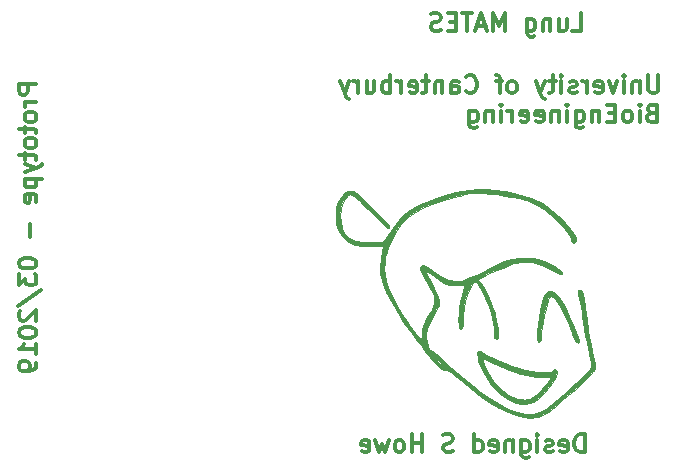
<source format=gbr>
G04 #@! TF.GenerationSoftware,KiCad,Pcbnew,5.0.1*
G04 #@! TF.CreationDate,2019-03-15T13:28:57+13:00*
G04 #@! TF.ProjectId,spiroBoard,737069726F426F6172642E6B69636164,rev?*
G04 #@! TF.SameCoordinates,Original*
G04 #@! TF.FileFunction,Legend,Bot*
G04 #@! TF.FilePolarity,Positive*
%FSLAX46Y46*%
G04 Gerber Fmt 4.6, Leading zero omitted, Abs format (unit mm)*
G04 Created by KiCad (PCBNEW 5.0.1) date Fri 15 Mar 2019 01:28:57 PM NZDT*
%MOMM*%
%LPD*%
G01*
G04 APERTURE LIST*
%ADD10C,0.300000*%
%ADD11C,0.010000*%
G04 APERTURE END LIST*
D10*
X182878571Y-112718571D02*
X182878571Y-111218571D01*
X182521428Y-111218571D01*
X182307142Y-111290000D01*
X182164285Y-111432857D01*
X182092857Y-111575714D01*
X182021428Y-111861428D01*
X182021428Y-112075714D01*
X182092857Y-112361428D01*
X182164285Y-112504285D01*
X182307142Y-112647142D01*
X182521428Y-112718571D01*
X182878571Y-112718571D01*
X180807142Y-112647142D02*
X180950000Y-112718571D01*
X181235714Y-112718571D01*
X181378571Y-112647142D01*
X181450000Y-112504285D01*
X181450000Y-111932857D01*
X181378571Y-111790000D01*
X181235714Y-111718571D01*
X180950000Y-111718571D01*
X180807142Y-111790000D01*
X180735714Y-111932857D01*
X180735714Y-112075714D01*
X181450000Y-112218571D01*
X180164285Y-112647142D02*
X180021428Y-112718571D01*
X179735714Y-112718571D01*
X179592857Y-112647142D01*
X179521428Y-112504285D01*
X179521428Y-112432857D01*
X179592857Y-112290000D01*
X179735714Y-112218571D01*
X179950000Y-112218571D01*
X180092857Y-112147142D01*
X180164285Y-112004285D01*
X180164285Y-111932857D01*
X180092857Y-111790000D01*
X179950000Y-111718571D01*
X179735714Y-111718571D01*
X179592857Y-111790000D01*
X178878571Y-112718571D02*
X178878571Y-111718571D01*
X178878571Y-111218571D02*
X178950000Y-111290000D01*
X178878571Y-111361428D01*
X178807142Y-111290000D01*
X178878571Y-111218571D01*
X178878571Y-111361428D01*
X177521428Y-111718571D02*
X177521428Y-112932857D01*
X177592857Y-113075714D01*
X177664285Y-113147142D01*
X177807142Y-113218571D01*
X178021428Y-113218571D01*
X178164285Y-113147142D01*
X177521428Y-112647142D02*
X177664285Y-112718571D01*
X177950000Y-112718571D01*
X178092857Y-112647142D01*
X178164285Y-112575714D01*
X178235714Y-112432857D01*
X178235714Y-112004285D01*
X178164285Y-111861428D01*
X178092857Y-111790000D01*
X177950000Y-111718571D01*
X177664285Y-111718571D01*
X177521428Y-111790000D01*
X176807142Y-111718571D02*
X176807142Y-112718571D01*
X176807142Y-111861428D02*
X176735714Y-111790000D01*
X176592857Y-111718571D01*
X176378571Y-111718571D01*
X176235714Y-111790000D01*
X176164285Y-111932857D01*
X176164285Y-112718571D01*
X174878571Y-112647142D02*
X175021428Y-112718571D01*
X175307142Y-112718571D01*
X175450000Y-112647142D01*
X175521428Y-112504285D01*
X175521428Y-111932857D01*
X175450000Y-111790000D01*
X175307142Y-111718571D01*
X175021428Y-111718571D01*
X174878571Y-111790000D01*
X174807142Y-111932857D01*
X174807142Y-112075714D01*
X175521428Y-112218571D01*
X173521428Y-112718571D02*
X173521428Y-111218571D01*
X173521428Y-112647142D02*
X173664285Y-112718571D01*
X173950000Y-112718571D01*
X174092857Y-112647142D01*
X174164285Y-112575714D01*
X174235714Y-112432857D01*
X174235714Y-112004285D01*
X174164285Y-111861428D01*
X174092857Y-111790000D01*
X173950000Y-111718571D01*
X173664285Y-111718571D01*
X173521428Y-111790000D01*
X171735714Y-112647142D02*
X171521428Y-112718571D01*
X171164285Y-112718571D01*
X171021428Y-112647142D01*
X170950000Y-112575714D01*
X170878571Y-112432857D01*
X170878571Y-112290000D01*
X170950000Y-112147142D01*
X171021428Y-112075714D01*
X171164285Y-112004285D01*
X171450000Y-111932857D01*
X171592857Y-111861428D01*
X171664285Y-111790000D01*
X171735714Y-111647142D01*
X171735714Y-111504285D01*
X171664285Y-111361428D01*
X171592857Y-111290000D01*
X171450000Y-111218571D01*
X171092857Y-111218571D01*
X170878571Y-111290000D01*
X169092857Y-112718571D02*
X169092857Y-111218571D01*
X169092857Y-111932857D02*
X168235714Y-111932857D01*
X168235714Y-112718571D02*
X168235714Y-111218571D01*
X167307142Y-112718571D02*
X167450000Y-112647142D01*
X167521428Y-112575714D01*
X167592857Y-112432857D01*
X167592857Y-112004285D01*
X167521428Y-111861428D01*
X167450000Y-111790000D01*
X167307142Y-111718571D01*
X167092857Y-111718571D01*
X166950000Y-111790000D01*
X166878571Y-111861428D01*
X166807142Y-112004285D01*
X166807142Y-112432857D01*
X166878571Y-112575714D01*
X166950000Y-112647142D01*
X167092857Y-112718571D01*
X167307142Y-112718571D01*
X166307142Y-111718571D02*
X166021428Y-112718571D01*
X165735714Y-112004285D01*
X165450000Y-112718571D01*
X165164285Y-111718571D01*
X164021428Y-112647142D02*
X164164285Y-112718571D01*
X164450000Y-112718571D01*
X164592857Y-112647142D01*
X164664285Y-112504285D01*
X164664285Y-111932857D01*
X164592857Y-111790000D01*
X164450000Y-111718571D01*
X164164285Y-111718571D01*
X164021428Y-111790000D01*
X163950000Y-111932857D01*
X163950000Y-112075714D01*
X164664285Y-112218571D01*
X181847142Y-77058571D02*
X182561428Y-77058571D01*
X182561428Y-75558571D01*
X180704285Y-76058571D02*
X180704285Y-77058571D01*
X181347142Y-76058571D02*
X181347142Y-76844285D01*
X181275714Y-76987142D01*
X181132857Y-77058571D01*
X180918571Y-77058571D01*
X180775714Y-76987142D01*
X180704285Y-76915714D01*
X179990000Y-76058571D02*
X179990000Y-77058571D01*
X179990000Y-76201428D02*
X179918571Y-76130000D01*
X179775714Y-76058571D01*
X179561428Y-76058571D01*
X179418571Y-76130000D01*
X179347142Y-76272857D01*
X179347142Y-77058571D01*
X177990000Y-76058571D02*
X177990000Y-77272857D01*
X178061428Y-77415714D01*
X178132857Y-77487142D01*
X178275714Y-77558571D01*
X178490000Y-77558571D01*
X178632857Y-77487142D01*
X177990000Y-76987142D02*
X178132857Y-77058571D01*
X178418571Y-77058571D01*
X178561428Y-76987142D01*
X178632857Y-76915714D01*
X178704285Y-76772857D01*
X178704285Y-76344285D01*
X178632857Y-76201428D01*
X178561428Y-76130000D01*
X178418571Y-76058571D01*
X178132857Y-76058571D01*
X177990000Y-76130000D01*
X176132857Y-77058571D02*
X176132857Y-75558571D01*
X175632857Y-76630000D01*
X175132857Y-75558571D01*
X175132857Y-77058571D01*
X174490000Y-76630000D02*
X173775714Y-76630000D01*
X174632857Y-77058571D02*
X174132857Y-75558571D01*
X173632857Y-77058571D01*
X173347142Y-75558571D02*
X172490000Y-75558571D01*
X172918571Y-77058571D02*
X172918571Y-75558571D01*
X171990000Y-76272857D02*
X171490000Y-76272857D01*
X171275714Y-77058571D02*
X171990000Y-77058571D01*
X171990000Y-75558571D01*
X171275714Y-75558571D01*
X170704285Y-76987142D02*
X170490000Y-77058571D01*
X170132857Y-77058571D01*
X169990000Y-76987142D01*
X169918571Y-76915714D01*
X169847142Y-76772857D01*
X169847142Y-76630000D01*
X169918571Y-76487142D01*
X169990000Y-76415714D01*
X170132857Y-76344285D01*
X170418571Y-76272857D01*
X170561428Y-76201428D01*
X170632857Y-76130000D01*
X170704285Y-75987142D01*
X170704285Y-75844285D01*
X170632857Y-75701428D01*
X170561428Y-75630000D01*
X170418571Y-75558571D01*
X170061428Y-75558571D01*
X169847142Y-75630000D01*
X136468571Y-81592857D02*
X134968571Y-81592857D01*
X134968571Y-82164285D01*
X135040000Y-82307142D01*
X135111428Y-82378571D01*
X135254285Y-82450000D01*
X135468571Y-82450000D01*
X135611428Y-82378571D01*
X135682857Y-82307142D01*
X135754285Y-82164285D01*
X135754285Y-81592857D01*
X136468571Y-83092857D02*
X135468571Y-83092857D01*
X135754285Y-83092857D02*
X135611428Y-83164285D01*
X135540000Y-83235714D01*
X135468571Y-83378571D01*
X135468571Y-83521428D01*
X136468571Y-84235714D02*
X136397142Y-84092857D01*
X136325714Y-84021428D01*
X136182857Y-83950000D01*
X135754285Y-83950000D01*
X135611428Y-84021428D01*
X135540000Y-84092857D01*
X135468571Y-84235714D01*
X135468571Y-84450000D01*
X135540000Y-84592857D01*
X135611428Y-84664285D01*
X135754285Y-84735714D01*
X136182857Y-84735714D01*
X136325714Y-84664285D01*
X136397142Y-84592857D01*
X136468571Y-84450000D01*
X136468571Y-84235714D01*
X135468571Y-85164285D02*
X135468571Y-85735714D01*
X134968571Y-85378571D02*
X136254285Y-85378571D01*
X136397142Y-85450000D01*
X136468571Y-85592857D01*
X136468571Y-85735714D01*
X136468571Y-86450000D02*
X136397142Y-86307142D01*
X136325714Y-86235714D01*
X136182857Y-86164285D01*
X135754285Y-86164285D01*
X135611428Y-86235714D01*
X135540000Y-86307142D01*
X135468571Y-86450000D01*
X135468571Y-86664285D01*
X135540000Y-86807142D01*
X135611428Y-86878571D01*
X135754285Y-86950000D01*
X136182857Y-86950000D01*
X136325714Y-86878571D01*
X136397142Y-86807142D01*
X136468571Y-86664285D01*
X136468571Y-86450000D01*
X135468571Y-87378571D02*
X135468571Y-87950000D01*
X134968571Y-87592857D02*
X136254285Y-87592857D01*
X136397142Y-87664285D01*
X136468571Y-87807142D01*
X136468571Y-87950000D01*
X135468571Y-88307142D02*
X136468571Y-88664285D01*
X135468571Y-89021428D02*
X136468571Y-88664285D01*
X136825714Y-88521428D01*
X136897142Y-88450000D01*
X136968571Y-88307142D01*
X135468571Y-89592857D02*
X136968571Y-89592857D01*
X135540000Y-89592857D02*
X135468571Y-89735714D01*
X135468571Y-90021428D01*
X135540000Y-90164285D01*
X135611428Y-90235714D01*
X135754285Y-90307142D01*
X136182857Y-90307142D01*
X136325714Y-90235714D01*
X136397142Y-90164285D01*
X136468571Y-90021428D01*
X136468571Y-89735714D01*
X136397142Y-89592857D01*
X136397142Y-91521428D02*
X136468571Y-91378571D01*
X136468571Y-91092857D01*
X136397142Y-90950000D01*
X136254285Y-90878571D01*
X135682857Y-90878571D01*
X135540000Y-90950000D01*
X135468571Y-91092857D01*
X135468571Y-91378571D01*
X135540000Y-91521428D01*
X135682857Y-91592857D01*
X135825714Y-91592857D01*
X135968571Y-90878571D01*
X135897142Y-93378571D02*
X135897142Y-94521428D01*
X134968571Y-96664285D02*
X134968571Y-96807142D01*
X135040000Y-96950000D01*
X135111428Y-97021428D01*
X135254285Y-97092857D01*
X135540000Y-97164285D01*
X135897142Y-97164285D01*
X136182857Y-97092857D01*
X136325714Y-97021428D01*
X136397142Y-96950000D01*
X136468571Y-96807142D01*
X136468571Y-96664285D01*
X136397142Y-96521428D01*
X136325714Y-96450000D01*
X136182857Y-96378571D01*
X135897142Y-96307142D01*
X135540000Y-96307142D01*
X135254285Y-96378571D01*
X135111428Y-96450000D01*
X135040000Y-96521428D01*
X134968571Y-96664285D01*
X134968571Y-97664285D02*
X134968571Y-98592857D01*
X135540000Y-98092857D01*
X135540000Y-98307142D01*
X135611428Y-98450000D01*
X135682857Y-98521428D01*
X135825714Y-98592857D01*
X136182857Y-98592857D01*
X136325714Y-98521428D01*
X136397142Y-98450000D01*
X136468571Y-98307142D01*
X136468571Y-97878571D01*
X136397142Y-97735714D01*
X136325714Y-97664285D01*
X134897142Y-100307142D02*
X136825714Y-99021428D01*
X135111428Y-100735714D02*
X135040000Y-100807142D01*
X134968571Y-100950000D01*
X134968571Y-101307142D01*
X135040000Y-101450000D01*
X135111428Y-101521428D01*
X135254285Y-101592857D01*
X135397142Y-101592857D01*
X135611428Y-101521428D01*
X136468571Y-100664285D01*
X136468571Y-101592857D01*
X134968571Y-102521428D02*
X134968571Y-102664285D01*
X135040000Y-102807142D01*
X135111428Y-102878571D01*
X135254285Y-102950000D01*
X135540000Y-103021428D01*
X135897142Y-103021428D01*
X136182857Y-102950000D01*
X136325714Y-102878571D01*
X136397142Y-102807142D01*
X136468571Y-102664285D01*
X136468571Y-102521428D01*
X136397142Y-102378571D01*
X136325714Y-102307142D01*
X136182857Y-102235714D01*
X135897142Y-102164285D01*
X135540000Y-102164285D01*
X135254285Y-102235714D01*
X135111428Y-102307142D01*
X135040000Y-102378571D01*
X134968571Y-102521428D01*
X136468571Y-104450000D02*
X136468571Y-103592857D01*
X136468571Y-104021428D02*
X134968571Y-104021428D01*
X135182857Y-103878571D01*
X135325714Y-103735714D01*
X135397142Y-103592857D01*
X136468571Y-105164285D02*
X136468571Y-105450000D01*
X136397142Y-105592857D01*
X136325714Y-105664285D01*
X136111428Y-105807142D01*
X135825714Y-105878571D01*
X135254285Y-105878571D01*
X135111428Y-105807142D01*
X135040000Y-105735714D01*
X134968571Y-105592857D01*
X134968571Y-105307142D01*
X135040000Y-105164285D01*
X135111428Y-105092857D01*
X135254285Y-105021428D01*
X135611428Y-105021428D01*
X135754285Y-105092857D01*
X135825714Y-105164285D01*
X135897142Y-105307142D01*
X135897142Y-105592857D01*
X135825714Y-105735714D01*
X135754285Y-105807142D01*
X135611428Y-105878571D01*
X188544285Y-84012857D02*
X188330000Y-84084285D01*
X188258571Y-84155714D01*
X188187142Y-84298571D01*
X188187142Y-84512857D01*
X188258571Y-84655714D01*
X188330000Y-84727142D01*
X188472857Y-84798571D01*
X189044285Y-84798571D01*
X189044285Y-83298571D01*
X188544285Y-83298571D01*
X188401428Y-83370000D01*
X188330000Y-83441428D01*
X188258571Y-83584285D01*
X188258571Y-83727142D01*
X188330000Y-83870000D01*
X188401428Y-83941428D01*
X188544285Y-84012857D01*
X189044285Y-84012857D01*
X187544285Y-84798571D02*
X187544285Y-83798571D01*
X187544285Y-83298571D02*
X187615714Y-83370000D01*
X187544285Y-83441428D01*
X187472857Y-83370000D01*
X187544285Y-83298571D01*
X187544285Y-83441428D01*
X186615714Y-84798571D02*
X186758571Y-84727142D01*
X186830000Y-84655714D01*
X186901428Y-84512857D01*
X186901428Y-84084285D01*
X186830000Y-83941428D01*
X186758571Y-83870000D01*
X186615714Y-83798571D01*
X186401428Y-83798571D01*
X186258571Y-83870000D01*
X186187142Y-83941428D01*
X186115714Y-84084285D01*
X186115714Y-84512857D01*
X186187142Y-84655714D01*
X186258571Y-84727142D01*
X186401428Y-84798571D01*
X186615714Y-84798571D01*
X185472857Y-84012857D02*
X184972857Y-84012857D01*
X184758571Y-84798571D02*
X185472857Y-84798571D01*
X185472857Y-83298571D01*
X184758571Y-83298571D01*
X184115714Y-83798571D02*
X184115714Y-84798571D01*
X184115714Y-83941428D02*
X184044285Y-83870000D01*
X183901428Y-83798571D01*
X183687142Y-83798571D01*
X183544285Y-83870000D01*
X183472857Y-84012857D01*
X183472857Y-84798571D01*
X182115714Y-83798571D02*
X182115714Y-85012857D01*
X182187142Y-85155714D01*
X182258571Y-85227142D01*
X182401428Y-85298571D01*
X182615714Y-85298571D01*
X182758571Y-85227142D01*
X182115714Y-84727142D02*
X182258571Y-84798571D01*
X182544285Y-84798571D01*
X182687142Y-84727142D01*
X182758571Y-84655714D01*
X182830000Y-84512857D01*
X182830000Y-84084285D01*
X182758571Y-83941428D01*
X182687142Y-83870000D01*
X182544285Y-83798571D01*
X182258571Y-83798571D01*
X182115714Y-83870000D01*
X181401428Y-84798571D02*
X181401428Y-83798571D01*
X181401428Y-83298571D02*
X181472857Y-83370000D01*
X181401428Y-83441428D01*
X181330000Y-83370000D01*
X181401428Y-83298571D01*
X181401428Y-83441428D01*
X180687142Y-83798571D02*
X180687142Y-84798571D01*
X180687142Y-83941428D02*
X180615714Y-83870000D01*
X180472857Y-83798571D01*
X180258571Y-83798571D01*
X180115714Y-83870000D01*
X180044285Y-84012857D01*
X180044285Y-84798571D01*
X178758571Y-84727142D02*
X178901428Y-84798571D01*
X179187142Y-84798571D01*
X179330000Y-84727142D01*
X179401428Y-84584285D01*
X179401428Y-84012857D01*
X179330000Y-83870000D01*
X179187142Y-83798571D01*
X178901428Y-83798571D01*
X178758571Y-83870000D01*
X178687142Y-84012857D01*
X178687142Y-84155714D01*
X179401428Y-84298571D01*
X177472857Y-84727142D02*
X177615714Y-84798571D01*
X177901428Y-84798571D01*
X178044285Y-84727142D01*
X178115714Y-84584285D01*
X178115714Y-84012857D01*
X178044285Y-83870000D01*
X177901428Y-83798571D01*
X177615714Y-83798571D01*
X177472857Y-83870000D01*
X177401428Y-84012857D01*
X177401428Y-84155714D01*
X178115714Y-84298571D01*
X176758571Y-84798571D02*
X176758571Y-83798571D01*
X176758571Y-84084285D02*
X176687142Y-83941428D01*
X176615714Y-83870000D01*
X176472857Y-83798571D01*
X176330000Y-83798571D01*
X175830000Y-84798571D02*
X175830000Y-83798571D01*
X175830000Y-83298571D02*
X175901428Y-83370000D01*
X175830000Y-83441428D01*
X175758571Y-83370000D01*
X175830000Y-83298571D01*
X175830000Y-83441428D01*
X175115714Y-83798571D02*
X175115714Y-84798571D01*
X175115714Y-83941428D02*
X175044285Y-83870000D01*
X174901428Y-83798571D01*
X174687142Y-83798571D01*
X174544285Y-83870000D01*
X174472857Y-84012857D01*
X174472857Y-84798571D01*
X173115714Y-83798571D02*
X173115714Y-85012857D01*
X173187142Y-85155714D01*
X173258571Y-85227142D01*
X173401428Y-85298571D01*
X173615714Y-85298571D01*
X173758571Y-85227142D01*
X173115714Y-84727142D02*
X173258571Y-84798571D01*
X173544285Y-84798571D01*
X173687142Y-84727142D01*
X173758571Y-84655714D01*
X173830000Y-84512857D01*
X173830000Y-84084285D01*
X173758571Y-83941428D01*
X173687142Y-83870000D01*
X173544285Y-83798571D01*
X173258571Y-83798571D01*
X173115714Y-83870000D01*
X189132857Y-80828571D02*
X189132857Y-82042857D01*
X189061428Y-82185714D01*
X188990000Y-82257142D01*
X188847142Y-82328571D01*
X188561428Y-82328571D01*
X188418571Y-82257142D01*
X188347142Y-82185714D01*
X188275714Y-82042857D01*
X188275714Y-80828571D01*
X187561428Y-81328571D02*
X187561428Y-82328571D01*
X187561428Y-81471428D02*
X187490000Y-81400000D01*
X187347142Y-81328571D01*
X187132857Y-81328571D01*
X186990000Y-81400000D01*
X186918571Y-81542857D01*
X186918571Y-82328571D01*
X186204285Y-82328571D02*
X186204285Y-81328571D01*
X186204285Y-80828571D02*
X186275714Y-80900000D01*
X186204285Y-80971428D01*
X186132857Y-80900000D01*
X186204285Y-80828571D01*
X186204285Y-80971428D01*
X185632857Y-81328571D02*
X185275714Y-82328571D01*
X184918571Y-81328571D01*
X183775714Y-82257142D02*
X183918571Y-82328571D01*
X184204285Y-82328571D01*
X184347142Y-82257142D01*
X184418571Y-82114285D01*
X184418571Y-81542857D01*
X184347142Y-81400000D01*
X184204285Y-81328571D01*
X183918571Y-81328571D01*
X183775714Y-81400000D01*
X183704285Y-81542857D01*
X183704285Y-81685714D01*
X184418571Y-81828571D01*
X183061428Y-82328571D02*
X183061428Y-81328571D01*
X183061428Y-81614285D02*
X182990000Y-81471428D01*
X182918571Y-81400000D01*
X182775714Y-81328571D01*
X182632857Y-81328571D01*
X182204285Y-82257142D02*
X182061428Y-82328571D01*
X181775714Y-82328571D01*
X181632857Y-82257142D01*
X181561428Y-82114285D01*
X181561428Y-82042857D01*
X181632857Y-81900000D01*
X181775714Y-81828571D01*
X181990000Y-81828571D01*
X182132857Y-81757142D01*
X182204285Y-81614285D01*
X182204285Y-81542857D01*
X182132857Y-81400000D01*
X181990000Y-81328571D01*
X181775714Y-81328571D01*
X181632857Y-81400000D01*
X180918571Y-82328571D02*
X180918571Y-81328571D01*
X180918571Y-80828571D02*
X180990000Y-80900000D01*
X180918571Y-80971428D01*
X180847142Y-80900000D01*
X180918571Y-80828571D01*
X180918571Y-80971428D01*
X180418571Y-81328571D02*
X179847142Y-81328571D01*
X180204285Y-80828571D02*
X180204285Y-82114285D01*
X180132857Y-82257142D01*
X179990000Y-82328571D01*
X179847142Y-82328571D01*
X179490000Y-81328571D02*
X179132857Y-82328571D01*
X178775714Y-81328571D02*
X179132857Y-82328571D01*
X179275714Y-82685714D01*
X179347142Y-82757142D01*
X179490000Y-82828571D01*
X176847142Y-82328571D02*
X176990000Y-82257142D01*
X177061428Y-82185714D01*
X177132857Y-82042857D01*
X177132857Y-81614285D01*
X177061428Y-81471428D01*
X176990000Y-81400000D01*
X176847142Y-81328571D01*
X176632857Y-81328571D01*
X176490000Y-81400000D01*
X176418571Y-81471428D01*
X176347142Y-81614285D01*
X176347142Y-82042857D01*
X176418571Y-82185714D01*
X176490000Y-82257142D01*
X176632857Y-82328571D01*
X176847142Y-82328571D01*
X175918571Y-81328571D02*
X175347142Y-81328571D01*
X175704285Y-82328571D02*
X175704285Y-81042857D01*
X175632857Y-80900000D01*
X175490000Y-80828571D01*
X175347142Y-80828571D01*
X172847142Y-82185714D02*
X172918571Y-82257142D01*
X173132857Y-82328571D01*
X173275714Y-82328571D01*
X173490000Y-82257142D01*
X173632857Y-82114285D01*
X173704285Y-81971428D01*
X173775714Y-81685714D01*
X173775714Y-81471428D01*
X173704285Y-81185714D01*
X173632857Y-81042857D01*
X173490000Y-80900000D01*
X173275714Y-80828571D01*
X173132857Y-80828571D01*
X172918571Y-80900000D01*
X172847142Y-80971428D01*
X171561428Y-82328571D02*
X171561428Y-81542857D01*
X171632857Y-81400000D01*
X171775714Y-81328571D01*
X172061428Y-81328571D01*
X172204285Y-81400000D01*
X171561428Y-82257142D02*
X171704285Y-82328571D01*
X172061428Y-82328571D01*
X172204285Y-82257142D01*
X172275714Y-82114285D01*
X172275714Y-81971428D01*
X172204285Y-81828571D01*
X172061428Y-81757142D01*
X171704285Y-81757142D01*
X171561428Y-81685714D01*
X170847142Y-81328571D02*
X170847142Y-82328571D01*
X170847142Y-81471428D02*
X170775714Y-81400000D01*
X170632857Y-81328571D01*
X170418571Y-81328571D01*
X170275714Y-81400000D01*
X170204285Y-81542857D01*
X170204285Y-82328571D01*
X169704285Y-81328571D02*
X169132857Y-81328571D01*
X169490000Y-80828571D02*
X169490000Y-82114285D01*
X169418571Y-82257142D01*
X169275714Y-82328571D01*
X169132857Y-82328571D01*
X168061428Y-82257142D02*
X168204285Y-82328571D01*
X168490000Y-82328571D01*
X168632857Y-82257142D01*
X168704285Y-82114285D01*
X168704285Y-81542857D01*
X168632857Y-81400000D01*
X168490000Y-81328571D01*
X168204285Y-81328571D01*
X168061428Y-81400000D01*
X167990000Y-81542857D01*
X167990000Y-81685714D01*
X168704285Y-81828571D01*
X167347142Y-82328571D02*
X167347142Y-81328571D01*
X167347142Y-81614285D02*
X167275714Y-81471428D01*
X167204285Y-81400000D01*
X167061428Y-81328571D01*
X166918571Y-81328571D01*
X166418571Y-82328571D02*
X166418571Y-80828571D01*
X166418571Y-81400000D02*
X166275714Y-81328571D01*
X165990000Y-81328571D01*
X165847142Y-81400000D01*
X165775714Y-81471428D01*
X165704285Y-81614285D01*
X165704285Y-82042857D01*
X165775714Y-82185714D01*
X165847142Y-82257142D01*
X165990000Y-82328571D01*
X166275714Y-82328571D01*
X166418571Y-82257142D01*
X164418571Y-81328571D02*
X164418571Y-82328571D01*
X165061428Y-81328571D02*
X165061428Y-82114285D01*
X164990000Y-82257142D01*
X164847142Y-82328571D01*
X164632857Y-82328571D01*
X164490000Y-82257142D01*
X164418571Y-82185714D01*
X163704285Y-82328571D02*
X163704285Y-81328571D01*
X163704285Y-81614285D02*
X163632857Y-81471428D01*
X163561428Y-81400000D01*
X163418571Y-81328571D01*
X163275714Y-81328571D01*
X162918571Y-81328571D02*
X162561428Y-82328571D01*
X162204285Y-81328571D02*
X162561428Y-82328571D01*
X162704285Y-82685714D01*
X162775714Y-82757142D01*
X162918571Y-82828571D01*
D11*
G04 #@! TO.C,G\002A\002A\002A*
G36*
X179647177Y-99207488D02*
X179627286Y-99226714D01*
X179514786Y-99356037D01*
X179423856Y-99511336D01*
X179343388Y-99724573D01*
X179262272Y-100027706D01*
X179169400Y-100452697D01*
X179124753Y-100672541D01*
X179004849Y-101322070D01*
X178914526Y-101918667D01*
X178856581Y-102436068D01*
X178833812Y-102848007D01*
X178849018Y-103128220D01*
X178858445Y-103172266D01*
X178949719Y-103363405D01*
X179055680Y-103413916D01*
X179134760Y-103325494D01*
X179150993Y-103160333D01*
X179160367Y-102913411D01*
X179203313Y-102548864D01*
X179272852Y-102101249D01*
X179362002Y-101605120D01*
X179463785Y-101095033D01*
X179571221Y-100605544D01*
X179677329Y-100171208D01*
X179775130Y-99826580D01*
X179857644Y-99606217D01*
X179875373Y-99574106D01*
X180005351Y-99493430D01*
X180184368Y-99556505D01*
X180393234Y-99752105D01*
X180552124Y-99969943D01*
X180740509Y-100294007D01*
X180966486Y-100729012D01*
X181207882Y-101227465D01*
X181442526Y-101741871D01*
X181648244Y-102224736D01*
X181802864Y-102628566D01*
X181828256Y-102703412D01*
X181932107Y-102993555D01*
X182031212Y-103227222D01*
X182095557Y-103341182D01*
X182226771Y-103434465D01*
X182359738Y-103451248D01*
X182424476Y-103383749D01*
X182424667Y-103377776D01*
X182390429Y-103219819D01*
X182295744Y-102938453D01*
X182152657Y-102563300D01*
X181973212Y-102123982D01*
X181769454Y-101650121D01*
X181553428Y-101171341D01*
X181371071Y-100786571D01*
X181021438Y-100119955D01*
X180700025Y-99617660D01*
X180404362Y-99277475D01*
X180131980Y-99097191D01*
X179880408Y-99074598D01*
X179647177Y-99207488D01*
X179647177Y-99207488D01*
G37*
X179647177Y-99207488D02*
X179627286Y-99226714D01*
X179514786Y-99356037D01*
X179423856Y-99511336D01*
X179343388Y-99724573D01*
X179262272Y-100027706D01*
X179169400Y-100452697D01*
X179124753Y-100672541D01*
X179004849Y-101322070D01*
X178914526Y-101918667D01*
X178856581Y-102436068D01*
X178833812Y-102848007D01*
X178849018Y-103128220D01*
X178858445Y-103172266D01*
X178949719Y-103363405D01*
X179055680Y-103413916D01*
X179134760Y-103325494D01*
X179150993Y-103160333D01*
X179160367Y-102913411D01*
X179203313Y-102548864D01*
X179272852Y-102101249D01*
X179362002Y-101605120D01*
X179463785Y-101095033D01*
X179571221Y-100605544D01*
X179677329Y-100171208D01*
X179775130Y-99826580D01*
X179857644Y-99606217D01*
X179875373Y-99574106D01*
X180005351Y-99493430D01*
X180184368Y-99556505D01*
X180393234Y-99752105D01*
X180552124Y-99969943D01*
X180740509Y-100294007D01*
X180966486Y-100729012D01*
X181207882Y-101227465D01*
X181442526Y-101741871D01*
X181648244Y-102224736D01*
X181802864Y-102628566D01*
X181828256Y-102703412D01*
X181932107Y-102993555D01*
X182031212Y-103227222D01*
X182095557Y-103341182D01*
X182226771Y-103434465D01*
X182359738Y-103451248D01*
X182424476Y-103383749D01*
X182424667Y-103377776D01*
X182390429Y-103219819D01*
X182295744Y-102938453D01*
X182152657Y-102563300D01*
X181973212Y-102123982D01*
X181769454Y-101650121D01*
X181553428Y-101171341D01*
X181371071Y-100786571D01*
X181021438Y-100119955D01*
X180700025Y-99617660D01*
X180404362Y-99277475D01*
X180131980Y-99097191D01*
X179880408Y-99074598D01*
X179647177Y-99207488D01*
G36*
X173809896Y-104208042D02*
X173789922Y-104406241D01*
X173818376Y-104692709D01*
X173891821Y-105031555D01*
X174000074Y-105369123D01*
X174412766Y-106228587D01*
X174969043Y-107001453D01*
X175662804Y-107680300D01*
X176256540Y-108114800D01*
X176705232Y-108375998D01*
X177104607Y-108533314D01*
X177520060Y-108607421D01*
X177857258Y-108620861D01*
X178211193Y-108595046D01*
X178500983Y-108498058D01*
X178703924Y-108382424D01*
X179034739Y-108124115D01*
X179405486Y-107755703D01*
X179779708Y-107318212D01*
X180120948Y-106852661D01*
X180266828Y-106623811D01*
X180386705Y-106407573D01*
X179969334Y-106407573D01*
X179912363Y-106544803D01*
X179759939Y-106766837D01*
X179539792Y-107042293D01*
X179279653Y-107339789D01*
X179007254Y-107627942D01*
X178750324Y-107875369D01*
X178536596Y-108050689D01*
X178490315Y-108081333D01*
X178251197Y-108205924D01*
X178017338Y-108261900D01*
X177710036Y-108266059D01*
X177641000Y-108262609D01*
X177222178Y-108202758D01*
X176832099Y-108084946D01*
X176749442Y-108048309D01*
X176333207Y-107798159D01*
X175881850Y-107446599D01*
X175447767Y-107037182D01*
X175198037Y-106758667D01*
X174984960Y-106462637D01*
X174755159Y-106081906D01*
X174537211Y-105670686D01*
X174359694Y-105283187D01*
X174251187Y-104973619D01*
X174246144Y-104952990D01*
X174190376Y-104713648D01*
X174790259Y-105015744D01*
X175294863Y-105255748D01*
X175859996Y-105501470D01*
X176437049Y-105733614D01*
X176977414Y-105932886D01*
X177432482Y-106079991D01*
X177558286Y-106114477D01*
X177928674Y-106194979D01*
X178365019Y-106267839D01*
X178817747Y-106327136D01*
X179237282Y-106366947D01*
X179574049Y-106381348D01*
X179728892Y-106373808D01*
X179900370Y-106371412D01*
X179969334Y-106407573D01*
X180386705Y-106407573D01*
X180456422Y-106281816D01*
X180544394Y-106041170D01*
X180536636Y-105872401D01*
X180441835Y-105748339D01*
X180328227Y-105699967D01*
X180236952Y-105799992D01*
X180174144Y-105872032D01*
X180061048Y-105916019D01*
X179863057Y-105937496D01*
X179545566Y-105942005D01*
X179362284Y-105940089D01*
X178861155Y-105911488D01*
X178306131Y-105846685D01*
X177805428Y-105758402D01*
X177792399Y-105755528D01*
X177298043Y-105622829D01*
X176716777Y-105430796D01*
X176097545Y-105198872D01*
X175489294Y-104946503D01*
X174940967Y-104693132D01*
X174501511Y-104458204D01*
X174453239Y-104428989D01*
X174195220Y-104278037D01*
X173988227Y-104171681D01*
X173881739Y-104134000D01*
X173809896Y-104208042D01*
X173809896Y-104208042D01*
G37*
X173809896Y-104208042D02*
X173789922Y-104406241D01*
X173818376Y-104692709D01*
X173891821Y-105031555D01*
X174000074Y-105369123D01*
X174412766Y-106228587D01*
X174969043Y-107001453D01*
X175662804Y-107680300D01*
X176256540Y-108114800D01*
X176705232Y-108375998D01*
X177104607Y-108533314D01*
X177520060Y-108607421D01*
X177857258Y-108620861D01*
X178211193Y-108595046D01*
X178500983Y-108498058D01*
X178703924Y-108382424D01*
X179034739Y-108124115D01*
X179405486Y-107755703D01*
X179779708Y-107318212D01*
X180120948Y-106852661D01*
X180266828Y-106623811D01*
X180386705Y-106407573D01*
X179969334Y-106407573D01*
X179912363Y-106544803D01*
X179759939Y-106766837D01*
X179539792Y-107042293D01*
X179279653Y-107339789D01*
X179007254Y-107627942D01*
X178750324Y-107875369D01*
X178536596Y-108050689D01*
X178490315Y-108081333D01*
X178251197Y-108205924D01*
X178017338Y-108261900D01*
X177710036Y-108266059D01*
X177641000Y-108262609D01*
X177222178Y-108202758D01*
X176832099Y-108084946D01*
X176749442Y-108048309D01*
X176333207Y-107798159D01*
X175881850Y-107446599D01*
X175447767Y-107037182D01*
X175198037Y-106758667D01*
X174984960Y-106462637D01*
X174755159Y-106081906D01*
X174537211Y-105670686D01*
X174359694Y-105283187D01*
X174251187Y-104973619D01*
X174246144Y-104952990D01*
X174190376Y-104713648D01*
X174790259Y-105015744D01*
X175294863Y-105255748D01*
X175859996Y-105501470D01*
X176437049Y-105733614D01*
X176977414Y-105932886D01*
X177432482Y-106079991D01*
X177558286Y-106114477D01*
X177928674Y-106194979D01*
X178365019Y-106267839D01*
X178817747Y-106327136D01*
X179237282Y-106366947D01*
X179574049Y-106381348D01*
X179728892Y-106373808D01*
X179900370Y-106371412D01*
X179969334Y-106407573D01*
X180386705Y-106407573D01*
X180456422Y-106281816D01*
X180544394Y-106041170D01*
X180536636Y-105872401D01*
X180441835Y-105748339D01*
X180328227Y-105699967D01*
X180236952Y-105799992D01*
X180174144Y-105872032D01*
X180061048Y-105916019D01*
X179863057Y-105937496D01*
X179545566Y-105942005D01*
X179362284Y-105940089D01*
X178861155Y-105911488D01*
X178306131Y-105846685D01*
X177805428Y-105758402D01*
X177792399Y-105755528D01*
X177298043Y-105622829D01*
X176716777Y-105430796D01*
X176097545Y-105198872D01*
X175489294Y-104946503D01*
X174940967Y-104693132D01*
X174501511Y-104458204D01*
X174453239Y-104428989D01*
X174195220Y-104278037D01*
X173988227Y-104171681D01*
X173881739Y-104134000D01*
X173809896Y-104208042D01*
G36*
X173154667Y-90490141D02*
X172442370Y-90612735D01*
X171675833Y-90800429D01*
X171418000Y-90872922D01*
X170533179Y-91143763D01*
X169736784Y-91419139D01*
X169048614Y-91691234D01*
X168488468Y-91952231D01*
X168082639Y-92189827D01*
X167460039Y-92709125D01*
X166892750Y-93363949D01*
X166454334Y-94039700D01*
X166262855Y-94358877D01*
X166079505Y-94626634D01*
X165932377Y-94803472D01*
X165881265Y-94845403D01*
X165701587Y-94895007D01*
X165375573Y-94928889D01*
X164925660Y-94945086D01*
X164729334Y-94946200D01*
X164279059Y-94940823D01*
X163952205Y-94921952D01*
X163703006Y-94883097D01*
X163485694Y-94817770D01*
X163310551Y-94745009D01*
X162857634Y-94485457D01*
X162532073Y-94159458D01*
X162321629Y-93745118D01*
X162214067Y-93220543D01*
X162193522Y-92746333D01*
X162237753Y-92165987D01*
X162372482Y-91690234D01*
X162611410Y-91272754D01*
X162641057Y-91233089D01*
X162771152Y-91069315D01*
X162888019Y-90956721D01*
X163008203Y-90903995D01*
X163148253Y-90919826D01*
X163324714Y-91012902D01*
X163554134Y-91191911D01*
X163853061Y-91465541D01*
X164238040Y-91842482D01*
X164717743Y-92323495D01*
X165204291Y-92809546D01*
X165586291Y-93181620D01*
X165875364Y-93448941D01*
X166083132Y-93620731D01*
X166221217Y-93706212D01*
X166301241Y-93714608D01*
X166334827Y-93655142D01*
X166337887Y-93609170D01*
X166277794Y-93494168D01*
X166107766Y-93281080D01*
X165842976Y-92985932D01*
X165498596Y-92624752D01*
X165089800Y-92213567D01*
X164631759Y-91768402D01*
X164283625Y-91439235D01*
X163922446Y-91104997D01*
X163656972Y-90871192D01*
X163461535Y-90720171D01*
X163310471Y-90634288D01*
X163178113Y-90595895D01*
X163044644Y-90587333D01*
X162822749Y-90609944D01*
X162642798Y-90700655D01*
X162440401Y-90893787D01*
X162412777Y-90924114D01*
X162148272Y-91251515D01*
X161973262Y-91569662D01*
X161871508Y-91927360D01*
X161826769Y-92373417D01*
X161820537Y-92704000D01*
X161828849Y-93131886D01*
X161859427Y-93444153D01*
X161920506Y-93693933D01*
X162006813Y-93905925D01*
X162330543Y-94418218D01*
X162775287Y-94820942D01*
X163204819Y-95063097D01*
X163414914Y-95152582D01*
X163612095Y-95213405D01*
X163836931Y-95251192D01*
X164129992Y-95271571D01*
X164531851Y-95280171D01*
X164781478Y-95281792D01*
X165891956Y-95286333D01*
X165766255Y-95625000D01*
X165708445Y-95855582D01*
X165655197Y-96200323D01*
X165614056Y-96604072D01*
X165598276Y-96852667D01*
X165582633Y-97272457D01*
X165588017Y-97585156D01*
X165622425Y-97852503D01*
X165693857Y-98136240D01*
X165810312Y-98498105D01*
X165812181Y-98503667D01*
X166085333Y-99187250D01*
X166470944Y-99959975D01*
X166954907Y-100798494D01*
X167523112Y-101679458D01*
X168161451Y-102579518D01*
X168696244Y-103276376D01*
X168987935Y-103650173D01*
X169277283Y-104032077D01*
X169527098Y-104372418D01*
X169674766Y-104583275D01*
X170002858Y-105016830D01*
X170340268Y-105367263D01*
X170662555Y-105613607D01*
X170945275Y-105734893D01*
X171027754Y-105743916D01*
X171184248Y-105772687D01*
X171379058Y-105868461D01*
X171638424Y-106047502D01*
X171988585Y-106326079D01*
X172053000Y-106379485D01*
X173091703Y-107221251D01*
X174034725Y-107935290D01*
X174891878Y-108526329D01*
X175672976Y-108999099D01*
X176387829Y-109358327D01*
X177046251Y-109608744D01*
X177658055Y-109755078D01*
X178233053Y-109802058D01*
X178781057Y-109754414D01*
X178973884Y-109714946D01*
X179313670Y-109594759D01*
X179684972Y-109380111D01*
X180113098Y-109054723D01*
X180435000Y-108775079D01*
X180721940Y-108522408D01*
X181085781Y-108210716D01*
X181471350Y-107886953D01*
X181705000Y-107694307D01*
X182222668Y-107259531D01*
X182690988Y-106843416D01*
X183090632Y-106464598D01*
X183402275Y-106141714D01*
X183606589Y-105893400D01*
X183658674Y-105810371D01*
X183754221Y-105542893D01*
X183766847Y-105231734D01*
X183695061Y-104837827D01*
X183610283Y-104543710D01*
X183500092Y-104131408D01*
X183384473Y-103588735D01*
X183269994Y-102954225D01*
X183163222Y-102266415D01*
X183070726Y-101563842D01*
X183014358Y-101047204D01*
X182934580Y-100334563D01*
X182849751Y-99781787D01*
X182757393Y-99379425D01*
X182655025Y-99118027D01*
X182540167Y-98988145D01*
X182469018Y-98969333D01*
X182353080Y-98996899D01*
X182307518Y-99097946D01*
X182330401Y-99299993D01*
X182419794Y-99630562D01*
X182422054Y-99638037D01*
X182520204Y-100027508D01*
X182602288Y-100466519D01*
X182636847Y-100731393D01*
X182688426Y-101178455D01*
X182762110Y-101707901D01*
X182851329Y-102281785D01*
X182949508Y-102862159D01*
X183050076Y-103411075D01*
X183146460Y-103890586D01*
X183232087Y-104262745D01*
X183275434Y-104418307D01*
X183364251Y-104755513D01*
X183423925Y-105085174D01*
X183439575Y-105275202D01*
X183432197Y-105418616D01*
X183396269Y-105547631D01*
X183312648Y-105688870D01*
X183162192Y-105868956D01*
X182925760Y-106114512D01*
X182615167Y-106421805D01*
X182120614Y-106896436D01*
X181589082Y-107388402D01*
X181050244Y-107871623D01*
X180533773Y-108320019D01*
X180069342Y-108707510D01*
X179686622Y-109008016D01*
X179601311Y-109070737D01*
X179073326Y-109360348D01*
X178491983Y-109503932D01*
X177853306Y-109500667D01*
X177153321Y-109349728D01*
X176388054Y-109050295D01*
X175553530Y-108601544D01*
X174730103Y-108062390D01*
X173973493Y-107515490D01*
X173228710Y-106950078D01*
X172521122Y-106386948D01*
X171876096Y-105846895D01*
X171377956Y-105403223D01*
X170858911Y-105403223D01*
X170854101Y-105404000D01*
X170751847Y-105345917D01*
X170579527Y-105195108D01*
X170412784Y-105024892D01*
X170188133Y-104771749D01*
X170077539Y-104621308D01*
X170071731Y-104560235D01*
X170087683Y-104557333D01*
X170154448Y-104612910D01*
X170307164Y-104759124D01*
X170513746Y-104965196D01*
X170529000Y-104980667D01*
X170720409Y-105186891D01*
X170837905Y-105337544D01*
X170858911Y-105403223D01*
X171377956Y-105403223D01*
X171318999Y-105350713D01*
X170875199Y-104919197D01*
X170802851Y-104843108D01*
X170527292Y-104567980D01*
X170248116Y-104321127D01*
X170016317Y-104146932D01*
X169972425Y-104120318D01*
X169739397Y-103950119D01*
X169587650Y-103728918D01*
X169503142Y-103421486D01*
X169471829Y-102992593D01*
X169470667Y-102861559D01*
X169470767Y-102670642D01*
X169477617Y-102514496D01*
X169501041Y-102367868D01*
X169550862Y-102205509D01*
X169636904Y-102002168D01*
X169768993Y-101732594D01*
X169956951Y-101371536D01*
X170210602Y-100893745D01*
X170306099Y-100714235D01*
X170434222Y-100462544D01*
X170520341Y-100245089D01*
X170558887Y-100037508D01*
X170544292Y-99815438D01*
X170470985Y-99554514D01*
X170333398Y-99230373D01*
X170125961Y-98818653D01*
X169843104Y-98294988D01*
X169689121Y-98015222D01*
X169542219Y-97731226D01*
X169440307Y-97499632D01*
X169401789Y-97363182D01*
X169403237Y-97351292D01*
X169477673Y-97359242D01*
X169651828Y-97456464D01*
X169894833Y-97624432D01*
X170031444Y-97728324D01*
X170474763Y-98063809D01*
X170832610Y-98300297D01*
X171143614Y-98453997D01*
X171446406Y-98541118D01*
X171779616Y-98577871D01*
X172066360Y-98582190D01*
X172757052Y-98576047D01*
X172674893Y-98792143D01*
X172576616Y-99104989D01*
X172470531Y-99530090D01*
X172368218Y-100011479D01*
X172281258Y-100493191D01*
X172221231Y-100919260D01*
X172208714Y-101045047D01*
X172186065Y-101553118D01*
X172212628Y-101934884D01*
X172286338Y-102178169D01*
X172405129Y-102270796D01*
X172416670Y-102271333D01*
X172486938Y-102250143D01*
X172530832Y-102165603D01*
X172554715Y-101986261D01*
X172564950Y-101680662D01*
X172566543Y-101530500D01*
X172594993Y-101020747D01*
X172667387Y-100483450D01*
X172775201Y-99947625D01*
X172909911Y-99442287D01*
X173062995Y-98996452D01*
X173225928Y-98639136D01*
X173390189Y-98399354D01*
X173511593Y-98313274D01*
X173664877Y-98347232D01*
X173845707Y-98523097D01*
X174044999Y-98817450D01*
X174253671Y-99206874D01*
X174462640Y-99667950D01*
X174662823Y-100177259D01*
X174845138Y-100711385D01*
X175000502Y-101246909D01*
X175119832Y-101760414D01*
X175194045Y-102228480D01*
X175214059Y-102627690D01*
X175210929Y-102694667D01*
X175204865Y-102932299D01*
X175241231Y-103050261D01*
X175339503Y-103096651D01*
X175376167Y-103102722D01*
X175486519Y-103104626D01*
X175543103Y-103043607D01*
X175563419Y-102880524D01*
X175565416Y-102679388D01*
X175525746Y-102186868D01*
X175417773Y-101605046D01*
X175254422Y-100971754D01*
X175048619Y-100324823D01*
X174813291Y-99702084D01*
X174561362Y-99141369D01*
X174305759Y-98680510D01*
X174105815Y-98407427D01*
X173960913Y-98229275D01*
X173885624Y-98110295D01*
X173883233Y-98087076D01*
X174022693Y-97996004D01*
X174286321Y-97855346D01*
X174641648Y-97679847D01*
X175056205Y-97484255D01*
X175497524Y-97283318D01*
X175933137Y-97091784D01*
X176330575Y-96924400D01*
X176657370Y-96795914D01*
X176881054Y-96721072D01*
X176902595Y-96715644D01*
X177670981Y-96607694D01*
X178428587Y-96651639D01*
X179192396Y-96850785D01*
X179979393Y-97208440D01*
X180259379Y-97369213D01*
X180584921Y-97552536D01*
X180796472Y-97638276D01*
X180913015Y-97633691D01*
X180925297Y-97623903D01*
X180947040Y-97498313D01*
X180822785Y-97327921D01*
X180566156Y-97124443D01*
X180190779Y-96899596D01*
X179927000Y-96765446D01*
X179403742Y-96529852D01*
X178959871Y-96376720D01*
X178534539Y-96293603D01*
X178066899Y-96268053D01*
X177570540Y-96283387D01*
X177229945Y-96305381D01*
X176936898Y-96336731D01*
X176664503Y-96386624D01*
X176385862Y-96464252D01*
X176074079Y-96578803D01*
X175702259Y-96739467D01*
X175243505Y-96955433D01*
X174670920Y-97235891D01*
X174422773Y-97358867D01*
X173925389Y-97599523D01*
X173449091Y-97818613D01*
X173025757Y-98002328D01*
X172687265Y-98136862D01*
X172465497Y-98208408D01*
X172456673Y-98210380D01*
X171896477Y-98260850D01*
X171361270Y-98159480D01*
X170828564Y-97900388D01*
X170562633Y-97714833D01*
X170073519Y-97350063D01*
X169696328Y-97090126D01*
X169415871Y-96927980D01*
X169216960Y-96856579D01*
X169084405Y-96868882D01*
X169003017Y-96957845D01*
X168990869Y-96985962D01*
X168983686Y-97196942D01*
X169082902Y-97521224D01*
X169290313Y-97963199D01*
X169607720Y-98527258D01*
X169653037Y-98602944D01*
X169873102Y-98976611D01*
X170016741Y-99249627D01*
X170099843Y-99463299D01*
X170138295Y-99658933D01*
X170147986Y-99877835D01*
X170148000Y-99889770D01*
X170133577Y-100168154D01*
X170075070Y-100399535D01*
X169949618Y-100650809D01*
X169813591Y-100868430D01*
X169482259Y-101420865D01*
X169262953Y-101897674D01*
X169141319Y-102335932D01*
X169104147Y-102700604D01*
X169089983Y-102966371D01*
X169067892Y-103147646D01*
X169047334Y-103200711D01*
X168976571Y-103134615D01*
X168828584Y-102955592D01*
X168622753Y-102689788D01*
X168378455Y-102363350D01*
X168115071Y-102002425D01*
X167851978Y-101633160D01*
X167608557Y-101281702D01*
X167454880Y-101052112D01*
X167159215Y-100573376D01*
X166859942Y-100039168D01*
X166577077Y-99489841D01*
X166330639Y-98965750D01*
X166140643Y-98507249D01*
X166037024Y-98193804D01*
X165953307Y-97716385D01*
X165921530Y-97158694D01*
X165941912Y-96597130D01*
X166014668Y-96108088D01*
X166030908Y-96042710D01*
X166254447Y-95372477D01*
X166563958Y-94684311D01*
X166934648Y-94021113D01*
X167341724Y-93425781D01*
X167760392Y-92941213D01*
X167898276Y-92811687D01*
X168416924Y-92434950D01*
X169103983Y-92069383D01*
X169958883Y-91715219D01*
X170981056Y-91372691D01*
X172169933Y-91042031D01*
X172319208Y-91004303D01*
X172783196Y-90891432D01*
X173138628Y-90817488D01*
X173440248Y-90776603D01*
X173742800Y-90762906D01*
X174101029Y-90770529D01*
X174378224Y-90783548D01*
X174874736Y-90825253D01*
X175460085Y-90900160D01*
X176091986Y-91000397D01*
X176728155Y-91118090D01*
X177326307Y-91245366D01*
X177844158Y-91374353D01*
X178239421Y-91497178D01*
X178267629Y-91507696D01*
X178865181Y-91798333D01*
X179504068Y-92225010D01*
X180159280Y-92767973D01*
X180805807Y-93407468D01*
X181122827Y-93762886D01*
X181415766Y-94118931D01*
X181605379Y-94387070D01*
X181709628Y-94597565D01*
X181746471Y-94780678D01*
X181747334Y-94815100D01*
X181804425Y-94953242D01*
X181932492Y-94989659D01*
X182066719Y-94923798D01*
X182129065Y-94818362D01*
X182121349Y-94583565D01*
X181986071Y-94269171D01*
X181735792Y-93890655D01*
X181383075Y-93463492D01*
X180940481Y-93003158D01*
X180420574Y-92525127D01*
X179951136Y-92135367D01*
X179424501Y-91746944D01*
X178916923Y-91443840D01*
X178379614Y-91203774D01*
X177763789Y-91004467D01*
X177133000Y-90848410D01*
X176164570Y-90647761D01*
X175317676Y-90511458D01*
X174557165Y-90439654D01*
X173847880Y-90432498D01*
X173154667Y-90490141D01*
X173154667Y-90490141D01*
G37*
X173154667Y-90490141D02*
X172442370Y-90612735D01*
X171675833Y-90800429D01*
X171418000Y-90872922D01*
X170533179Y-91143763D01*
X169736784Y-91419139D01*
X169048614Y-91691234D01*
X168488468Y-91952231D01*
X168082639Y-92189827D01*
X167460039Y-92709125D01*
X166892750Y-93363949D01*
X166454334Y-94039700D01*
X166262855Y-94358877D01*
X166079505Y-94626634D01*
X165932377Y-94803472D01*
X165881265Y-94845403D01*
X165701587Y-94895007D01*
X165375573Y-94928889D01*
X164925660Y-94945086D01*
X164729334Y-94946200D01*
X164279059Y-94940823D01*
X163952205Y-94921952D01*
X163703006Y-94883097D01*
X163485694Y-94817770D01*
X163310551Y-94745009D01*
X162857634Y-94485457D01*
X162532073Y-94159458D01*
X162321629Y-93745118D01*
X162214067Y-93220543D01*
X162193522Y-92746333D01*
X162237753Y-92165987D01*
X162372482Y-91690234D01*
X162611410Y-91272754D01*
X162641057Y-91233089D01*
X162771152Y-91069315D01*
X162888019Y-90956721D01*
X163008203Y-90903995D01*
X163148253Y-90919826D01*
X163324714Y-91012902D01*
X163554134Y-91191911D01*
X163853061Y-91465541D01*
X164238040Y-91842482D01*
X164717743Y-92323495D01*
X165204291Y-92809546D01*
X165586291Y-93181620D01*
X165875364Y-93448941D01*
X166083132Y-93620731D01*
X166221217Y-93706212D01*
X166301241Y-93714608D01*
X166334827Y-93655142D01*
X166337887Y-93609170D01*
X166277794Y-93494168D01*
X166107766Y-93281080D01*
X165842976Y-92985932D01*
X165498596Y-92624752D01*
X165089800Y-92213567D01*
X164631759Y-91768402D01*
X164283625Y-91439235D01*
X163922446Y-91104997D01*
X163656972Y-90871192D01*
X163461535Y-90720171D01*
X163310471Y-90634288D01*
X163178113Y-90595895D01*
X163044644Y-90587333D01*
X162822749Y-90609944D01*
X162642798Y-90700655D01*
X162440401Y-90893787D01*
X162412777Y-90924114D01*
X162148272Y-91251515D01*
X161973262Y-91569662D01*
X161871508Y-91927360D01*
X161826769Y-92373417D01*
X161820537Y-92704000D01*
X161828849Y-93131886D01*
X161859427Y-93444153D01*
X161920506Y-93693933D01*
X162006813Y-93905925D01*
X162330543Y-94418218D01*
X162775287Y-94820942D01*
X163204819Y-95063097D01*
X163414914Y-95152582D01*
X163612095Y-95213405D01*
X163836931Y-95251192D01*
X164129992Y-95271571D01*
X164531851Y-95280171D01*
X164781478Y-95281792D01*
X165891956Y-95286333D01*
X165766255Y-95625000D01*
X165708445Y-95855582D01*
X165655197Y-96200323D01*
X165614056Y-96604072D01*
X165598276Y-96852667D01*
X165582633Y-97272457D01*
X165588017Y-97585156D01*
X165622425Y-97852503D01*
X165693857Y-98136240D01*
X165810312Y-98498105D01*
X165812181Y-98503667D01*
X166085333Y-99187250D01*
X166470944Y-99959975D01*
X166954907Y-100798494D01*
X167523112Y-101679458D01*
X168161451Y-102579518D01*
X168696244Y-103276376D01*
X168987935Y-103650173D01*
X169277283Y-104032077D01*
X169527098Y-104372418D01*
X169674766Y-104583275D01*
X170002858Y-105016830D01*
X170340268Y-105367263D01*
X170662555Y-105613607D01*
X170945275Y-105734893D01*
X171027754Y-105743916D01*
X171184248Y-105772687D01*
X171379058Y-105868461D01*
X171638424Y-106047502D01*
X171988585Y-106326079D01*
X172053000Y-106379485D01*
X173091703Y-107221251D01*
X174034725Y-107935290D01*
X174891878Y-108526329D01*
X175672976Y-108999099D01*
X176387829Y-109358327D01*
X177046251Y-109608744D01*
X177658055Y-109755078D01*
X178233053Y-109802058D01*
X178781057Y-109754414D01*
X178973884Y-109714946D01*
X179313670Y-109594759D01*
X179684972Y-109380111D01*
X180113098Y-109054723D01*
X180435000Y-108775079D01*
X180721940Y-108522408D01*
X181085781Y-108210716D01*
X181471350Y-107886953D01*
X181705000Y-107694307D01*
X182222668Y-107259531D01*
X182690988Y-106843416D01*
X183090632Y-106464598D01*
X183402275Y-106141714D01*
X183606589Y-105893400D01*
X183658674Y-105810371D01*
X183754221Y-105542893D01*
X183766847Y-105231734D01*
X183695061Y-104837827D01*
X183610283Y-104543710D01*
X183500092Y-104131408D01*
X183384473Y-103588735D01*
X183269994Y-102954225D01*
X183163222Y-102266415D01*
X183070726Y-101563842D01*
X183014358Y-101047204D01*
X182934580Y-100334563D01*
X182849751Y-99781787D01*
X182757393Y-99379425D01*
X182655025Y-99118027D01*
X182540167Y-98988145D01*
X182469018Y-98969333D01*
X182353080Y-98996899D01*
X182307518Y-99097946D01*
X182330401Y-99299993D01*
X182419794Y-99630562D01*
X182422054Y-99638037D01*
X182520204Y-100027508D01*
X182602288Y-100466519D01*
X182636847Y-100731393D01*
X182688426Y-101178455D01*
X182762110Y-101707901D01*
X182851329Y-102281785D01*
X182949508Y-102862159D01*
X183050076Y-103411075D01*
X183146460Y-103890586D01*
X183232087Y-104262745D01*
X183275434Y-104418307D01*
X183364251Y-104755513D01*
X183423925Y-105085174D01*
X183439575Y-105275202D01*
X183432197Y-105418616D01*
X183396269Y-105547631D01*
X183312648Y-105688870D01*
X183162192Y-105868956D01*
X182925760Y-106114512D01*
X182615167Y-106421805D01*
X182120614Y-106896436D01*
X181589082Y-107388402D01*
X181050244Y-107871623D01*
X180533773Y-108320019D01*
X180069342Y-108707510D01*
X179686622Y-109008016D01*
X179601311Y-109070737D01*
X179073326Y-109360348D01*
X178491983Y-109503932D01*
X177853306Y-109500667D01*
X177153321Y-109349728D01*
X176388054Y-109050295D01*
X175553530Y-108601544D01*
X174730103Y-108062390D01*
X173973493Y-107515490D01*
X173228710Y-106950078D01*
X172521122Y-106386948D01*
X171876096Y-105846895D01*
X171377956Y-105403223D01*
X170858911Y-105403223D01*
X170854101Y-105404000D01*
X170751847Y-105345917D01*
X170579527Y-105195108D01*
X170412784Y-105024892D01*
X170188133Y-104771749D01*
X170077539Y-104621308D01*
X170071731Y-104560235D01*
X170087683Y-104557333D01*
X170154448Y-104612910D01*
X170307164Y-104759124D01*
X170513746Y-104965196D01*
X170529000Y-104980667D01*
X170720409Y-105186891D01*
X170837905Y-105337544D01*
X170858911Y-105403223D01*
X171377956Y-105403223D01*
X171318999Y-105350713D01*
X170875199Y-104919197D01*
X170802851Y-104843108D01*
X170527292Y-104567980D01*
X170248116Y-104321127D01*
X170016317Y-104146932D01*
X169972425Y-104120318D01*
X169739397Y-103950119D01*
X169587650Y-103728918D01*
X169503142Y-103421486D01*
X169471829Y-102992593D01*
X169470667Y-102861559D01*
X169470767Y-102670642D01*
X169477617Y-102514496D01*
X169501041Y-102367868D01*
X169550862Y-102205509D01*
X169636904Y-102002168D01*
X169768993Y-101732594D01*
X169956951Y-101371536D01*
X170210602Y-100893745D01*
X170306099Y-100714235D01*
X170434222Y-100462544D01*
X170520341Y-100245089D01*
X170558887Y-100037508D01*
X170544292Y-99815438D01*
X170470985Y-99554514D01*
X170333398Y-99230373D01*
X170125961Y-98818653D01*
X169843104Y-98294988D01*
X169689121Y-98015222D01*
X169542219Y-97731226D01*
X169440307Y-97499632D01*
X169401789Y-97363182D01*
X169403237Y-97351292D01*
X169477673Y-97359242D01*
X169651828Y-97456464D01*
X169894833Y-97624432D01*
X170031444Y-97728324D01*
X170474763Y-98063809D01*
X170832610Y-98300297D01*
X171143614Y-98453997D01*
X171446406Y-98541118D01*
X171779616Y-98577871D01*
X172066360Y-98582190D01*
X172757052Y-98576047D01*
X172674893Y-98792143D01*
X172576616Y-99104989D01*
X172470531Y-99530090D01*
X172368218Y-100011479D01*
X172281258Y-100493191D01*
X172221231Y-100919260D01*
X172208714Y-101045047D01*
X172186065Y-101553118D01*
X172212628Y-101934884D01*
X172286338Y-102178169D01*
X172405129Y-102270796D01*
X172416670Y-102271333D01*
X172486938Y-102250143D01*
X172530832Y-102165603D01*
X172554715Y-101986261D01*
X172564950Y-101680662D01*
X172566543Y-101530500D01*
X172594993Y-101020747D01*
X172667387Y-100483450D01*
X172775201Y-99947625D01*
X172909911Y-99442287D01*
X173062995Y-98996452D01*
X173225928Y-98639136D01*
X173390189Y-98399354D01*
X173511593Y-98313274D01*
X173664877Y-98347232D01*
X173845707Y-98523097D01*
X174044999Y-98817450D01*
X174253671Y-99206874D01*
X174462640Y-99667950D01*
X174662823Y-100177259D01*
X174845138Y-100711385D01*
X175000502Y-101246909D01*
X175119832Y-101760414D01*
X175194045Y-102228480D01*
X175214059Y-102627690D01*
X175210929Y-102694667D01*
X175204865Y-102932299D01*
X175241231Y-103050261D01*
X175339503Y-103096651D01*
X175376167Y-103102722D01*
X175486519Y-103104626D01*
X175543103Y-103043607D01*
X175563419Y-102880524D01*
X175565416Y-102679388D01*
X175525746Y-102186868D01*
X175417773Y-101605046D01*
X175254422Y-100971754D01*
X175048619Y-100324823D01*
X174813291Y-99702084D01*
X174561362Y-99141369D01*
X174305759Y-98680510D01*
X174105815Y-98407427D01*
X173960913Y-98229275D01*
X173885624Y-98110295D01*
X173883233Y-98087076D01*
X174022693Y-97996004D01*
X174286321Y-97855346D01*
X174641648Y-97679847D01*
X175056205Y-97484255D01*
X175497524Y-97283318D01*
X175933137Y-97091784D01*
X176330575Y-96924400D01*
X176657370Y-96795914D01*
X176881054Y-96721072D01*
X176902595Y-96715644D01*
X177670981Y-96607694D01*
X178428587Y-96651639D01*
X179192396Y-96850785D01*
X179979393Y-97208440D01*
X180259379Y-97369213D01*
X180584921Y-97552536D01*
X180796472Y-97638276D01*
X180913015Y-97633691D01*
X180925297Y-97623903D01*
X180947040Y-97498313D01*
X180822785Y-97327921D01*
X180566156Y-97124443D01*
X180190779Y-96899596D01*
X179927000Y-96765446D01*
X179403742Y-96529852D01*
X178959871Y-96376720D01*
X178534539Y-96293603D01*
X178066899Y-96268053D01*
X177570540Y-96283387D01*
X177229945Y-96305381D01*
X176936898Y-96336731D01*
X176664503Y-96386624D01*
X176385862Y-96464252D01*
X176074079Y-96578803D01*
X175702259Y-96739467D01*
X175243505Y-96955433D01*
X174670920Y-97235891D01*
X174422773Y-97358867D01*
X173925389Y-97599523D01*
X173449091Y-97818613D01*
X173025757Y-98002328D01*
X172687265Y-98136862D01*
X172465497Y-98208408D01*
X172456673Y-98210380D01*
X171896477Y-98260850D01*
X171361270Y-98159480D01*
X170828564Y-97900388D01*
X170562633Y-97714833D01*
X170073519Y-97350063D01*
X169696328Y-97090126D01*
X169415871Y-96927980D01*
X169216960Y-96856579D01*
X169084405Y-96868882D01*
X169003017Y-96957845D01*
X168990869Y-96985962D01*
X168983686Y-97196942D01*
X169082902Y-97521224D01*
X169290313Y-97963199D01*
X169607720Y-98527258D01*
X169653037Y-98602944D01*
X169873102Y-98976611D01*
X170016741Y-99249627D01*
X170099843Y-99463299D01*
X170138295Y-99658933D01*
X170147986Y-99877835D01*
X170148000Y-99889770D01*
X170133577Y-100168154D01*
X170075070Y-100399535D01*
X169949618Y-100650809D01*
X169813591Y-100868430D01*
X169482259Y-101420865D01*
X169262953Y-101897674D01*
X169141319Y-102335932D01*
X169104147Y-102700604D01*
X169089983Y-102966371D01*
X169067892Y-103147646D01*
X169047334Y-103200711D01*
X168976571Y-103134615D01*
X168828584Y-102955592D01*
X168622753Y-102689788D01*
X168378455Y-102363350D01*
X168115071Y-102002425D01*
X167851978Y-101633160D01*
X167608557Y-101281702D01*
X167454880Y-101052112D01*
X167159215Y-100573376D01*
X166859942Y-100039168D01*
X166577077Y-99489841D01*
X166330639Y-98965750D01*
X166140643Y-98507249D01*
X166037024Y-98193804D01*
X165953307Y-97716385D01*
X165921530Y-97158694D01*
X165941912Y-96597130D01*
X166014668Y-96108088D01*
X166030908Y-96042710D01*
X166254447Y-95372477D01*
X166563958Y-94684311D01*
X166934648Y-94021113D01*
X167341724Y-93425781D01*
X167760392Y-92941213D01*
X167898276Y-92811687D01*
X168416924Y-92434950D01*
X169103983Y-92069383D01*
X169958883Y-91715219D01*
X170981056Y-91372691D01*
X172169933Y-91042031D01*
X172319208Y-91004303D01*
X172783196Y-90891432D01*
X173138628Y-90817488D01*
X173440248Y-90776603D01*
X173742800Y-90762906D01*
X174101029Y-90770529D01*
X174378224Y-90783548D01*
X174874736Y-90825253D01*
X175460085Y-90900160D01*
X176091986Y-91000397D01*
X176728155Y-91118090D01*
X177326307Y-91245366D01*
X177844158Y-91374353D01*
X178239421Y-91497178D01*
X178267629Y-91507696D01*
X178865181Y-91798333D01*
X179504068Y-92225010D01*
X180159280Y-92767973D01*
X180805807Y-93407468D01*
X181122827Y-93762886D01*
X181415766Y-94118931D01*
X181605379Y-94387070D01*
X181709628Y-94597565D01*
X181746471Y-94780678D01*
X181747334Y-94815100D01*
X181804425Y-94953242D01*
X181932492Y-94989659D01*
X182066719Y-94923798D01*
X182129065Y-94818362D01*
X182121349Y-94583565D01*
X181986071Y-94269171D01*
X181735792Y-93890655D01*
X181383075Y-93463492D01*
X180940481Y-93003158D01*
X180420574Y-92525127D01*
X179951136Y-92135367D01*
X179424501Y-91746944D01*
X178916923Y-91443840D01*
X178379614Y-91203774D01*
X177763789Y-91004467D01*
X177133000Y-90848410D01*
X176164570Y-90647761D01*
X175317676Y-90511458D01*
X174557165Y-90439654D01*
X173847880Y-90432498D01*
X173154667Y-90490141D01*
G04 #@! TD*
M02*

</source>
